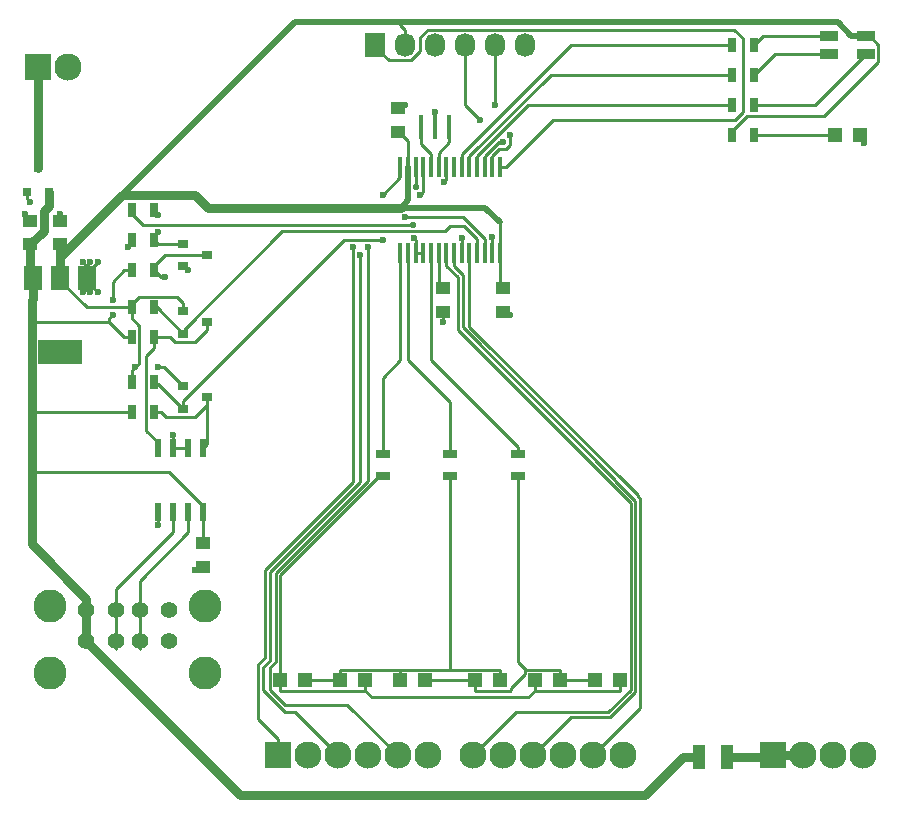
<source format=gtl>
G04 #@! TF.FileFunction,Copper,L1,Top,Signal*
%FSLAX46Y46*%
G04 Gerber Fmt 4.6, Leading zero omitted, Abs format (unit mm)*
G04 Created by KiCad (PCBNEW 4.0.7) date Sun Dec 10 04:28:40 2017*
%MOMM*%
%LPD*%
G01*
G04 APERTURE LIST*
%ADD10C,0.127000*%
%ADD11C,2.300000*%
%ADD12R,2.300000X2.300000*%
%ADD13R,1.250000X1.000000*%
%ADD14R,1.500000X0.900000*%
%ADD15R,1.727200X2.032000*%
%ADD16O,1.727200X2.032000*%
%ADD17R,0.600000X1.550000*%
%ADD18R,0.400000X2.000000*%
%ADD19R,0.800100X0.800100*%
%ADD20R,1.198880X1.198880*%
%ADD21R,0.450000X1.750000*%
%ADD22R,0.900000X0.800000*%
%ADD23R,1.300000X0.700000*%
%ADD24R,0.700000X1.300000*%
%ADD25R,3.800000X2.000000*%
%ADD26R,1.500000X2.000000*%
%ADD27C,1.420000*%
%ADD28C,2.800000*%
%ADD29R,1.140000X2.030000*%
%ADD30C,0.600000*%
%ADD31C,0.550000*%
%ADD32C,0.762000*%
%ADD33C,0.254000*%
%ADD34C,0.508000*%
G04 APERTURE END LIST*
D10*
D11*
X49530000Y7155000D03*
X44450000Y7155000D03*
X41910000Y7155000D03*
X46990000Y7155000D03*
X52070000Y7155000D03*
X54610000Y7155000D03*
X38100000Y7155000D03*
X35560000Y7155000D03*
X33020000Y7155000D03*
X30480000Y7155000D03*
X27940000Y7155000D03*
D12*
X25400000Y7155000D03*
X25400000Y7155000D03*
D11*
X27940000Y7155000D03*
X30480000Y7155000D03*
X33020000Y7155000D03*
X35560000Y7155000D03*
X38100000Y7155000D03*
D13*
X44450000Y46720000D03*
X44450000Y44720000D03*
X35560000Y59960000D03*
X35560000Y61960000D03*
X39370000Y46720000D03*
X39370000Y44720000D03*
X19050000Y25130000D03*
X19050000Y23130000D03*
D14*
X75210000Y66560000D03*
X75210000Y68060000D03*
X72110000Y68060000D03*
X72110000Y66560000D03*
D15*
X33655000Y67310000D03*
D16*
X36195000Y67310000D03*
X38735000Y67310000D03*
X41275000Y67310000D03*
X43815000Y67310000D03*
X46355000Y67310000D03*
D17*
X19050000Y33180000D03*
X17780000Y33180000D03*
X16510000Y33180000D03*
X15240000Y33180000D03*
X15240000Y27780000D03*
X16510000Y27780000D03*
X17780000Y27780000D03*
X19050000Y27780000D03*
D18*
X38735000Y60325000D03*
X39935000Y60325000D03*
X37535000Y60325000D03*
D19*
X4130000Y54879240D03*
X6030000Y54879240D03*
X5080000Y56878220D03*
D20*
X52290980Y13505000D03*
X54389020Y13505000D03*
X47210980Y13505000D03*
X49309020Y13505000D03*
X42130980Y13505000D03*
X44229020Y13505000D03*
X35780980Y13505000D03*
X37879020Y13505000D03*
X30700980Y13505000D03*
X32799020Y13505000D03*
X25620980Y13505000D03*
X27719020Y13505000D03*
X72610980Y59690000D03*
X74709020Y59690000D03*
D13*
X4445000Y50435000D03*
X4445000Y52435000D03*
X6985000Y50435000D03*
X6985000Y52435000D03*
D21*
X44230000Y56940000D03*
X43580000Y56940000D03*
X42930000Y56940000D03*
X42280000Y56940000D03*
X41630000Y56940000D03*
X40980000Y56940000D03*
X40330000Y56940000D03*
X39680000Y56940000D03*
X39030000Y56940000D03*
X38380000Y56940000D03*
X37730000Y56940000D03*
X37080000Y56940000D03*
X36430000Y56940000D03*
X35780000Y56940000D03*
X35780000Y49740000D03*
X36430000Y49740000D03*
X37080000Y49740000D03*
X37730000Y49740000D03*
X38380000Y49740000D03*
X39030000Y49740000D03*
X39680000Y49740000D03*
X40330000Y49740000D03*
X40980000Y49740000D03*
X41630000Y49740000D03*
X42280000Y49740000D03*
X42930000Y49740000D03*
X43580000Y49740000D03*
X44230000Y49740000D03*
D22*
X17415000Y44765000D03*
X17415000Y42865000D03*
X19415000Y43815000D03*
X17415000Y38415000D03*
X17415000Y36515000D03*
X19415000Y37465000D03*
X17415000Y50480000D03*
X17415000Y48580000D03*
X19415000Y49530000D03*
D23*
X34290000Y32700000D03*
X34290000Y30800000D03*
X40005000Y32700000D03*
X40005000Y30800000D03*
X45720000Y32700000D03*
X45720000Y30800000D03*
D24*
X65720000Y67310000D03*
X63820000Y67310000D03*
X65720000Y64770000D03*
X63820000Y64770000D03*
X65720000Y62230000D03*
X63820000Y62230000D03*
X63820000Y59690000D03*
X65720000Y59690000D03*
X14920000Y53340000D03*
X13020000Y53340000D03*
X14920000Y50800000D03*
X13020000Y50800000D03*
X13020000Y48260000D03*
X14920000Y48260000D03*
X13020000Y45085000D03*
X14920000Y45085000D03*
X13020000Y38735000D03*
X14920000Y38735000D03*
X13020000Y42545000D03*
X14920000Y42545000D03*
X13020000Y36195000D03*
X14920000Y36195000D03*
D25*
X6985000Y41300000D03*
D26*
X6985000Y47600000D03*
X4685000Y47600000D03*
X9285000Y47600000D03*
D12*
X5080000Y65405000D03*
D11*
X7620000Y65405000D03*
D12*
X67310000Y7155000D03*
D11*
X69850000Y7155000D03*
X72390000Y7155000D03*
X74930000Y7155000D03*
D27*
X9200000Y19440005D03*
X11700000Y19440005D03*
X13700000Y19440005D03*
X16200000Y19440005D03*
X9200000Y16820005D03*
X11700000Y16820005D03*
X13700000Y16820005D03*
X16200000Y16820005D03*
D28*
X19270000Y14110005D03*
X19270000Y19790005D03*
X6130000Y19790005D03*
X6130000Y14110005D03*
D29*
X61030000Y6985000D03*
X63430000Y6985000D03*
D30*
X11430000Y45720000D03*
X11430000Y44450000D03*
X4000000Y53000000D03*
X7000000Y53000000D03*
X75000000Y59000000D03*
X41000000Y51000000D03*
X43523600Y51067364D03*
X39370000Y43815000D03*
X10160000Y46355000D03*
X9525000Y46355000D03*
X8890000Y46355000D03*
X8890000Y48895000D03*
X9525000Y48895000D03*
X10160000Y48895000D03*
X45085000Y44450000D03*
X36195000Y62230000D03*
X38735000Y61595000D03*
X39493838Y55680782D03*
X17780000Y48260000D03*
X12700000Y50165000D03*
X4445000Y53975000D03*
X18415000Y22860000D03*
X15240000Y26670000D03*
X34290000Y54610000D03*
X31750000Y50165000D03*
D31*
X37136400Y55245000D03*
D30*
X32385000Y49530000D03*
X37482196Y54576768D03*
X33020000Y50165000D03*
X42545000Y60960000D03*
X44450000Y59055000D03*
X43815000Y62230000D03*
X45085000Y59690000D03*
X13335000Y40005000D03*
X15240000Y40005000D03*
D31*
X36830000Y52102457D03*
D30*
X36965891Y50943656D03*
X34290000Y50800000D03*
X36195000Y52705000D03*
X15875000Y47625000D03*
X16510000Y34290000D03*
X15240000Y52949401D03*
X15240000Y51435000D03*
D32*
X9200000Y16820005D02*
X9200000Y19440005D01*
X9200000Y16820005D02*
X22210005Y3810000D01*
X22210005Y3810000D02*
X56523000Y3810000D01*
X56523000Y3810000D02*
X59698000Y6985000D01*
X59698000Y6985000D02*
X61030000Y6985000D01*
D33*
X11430000Y45720000D02*
X11430000Y47274000D01*
X11430000Y47274000D02*
X12416000Y48260000D01*
X12416000Y48260000D02*
X13020000Y48260000D01*
X11146000Y43815000D02*
X11146000Y44166000D01*
X11146000Y44166000D02*
X11430000Y44450000D01*
D32*
X4551599Y45704599D02*
X4551599Y43815000D01*
X4551599Y43815000D02*
X4551599Y36195000D01*
D33*
X13020000Y42545000D02*
X12416000Y42545000D01*
X12416000Y42545000D02*
X11146000Y43815000D01*
X11146000Y43815000D02*
X4551599Y43815000D01*
D32*
X4551599Y36195000D02*
X4551599Y31115000D01*
D33*
X13020000Y36195000D02*
X4551599Y36195000D01*
D32*
X4551599Y31115000D02*
X4551599Y25092497D01*
D33*
X19050000Y27780000D02*
X19050000Y28255000D01*
X19050000Y28255000D02*
X16190000Y31115000D01*
X16190000Y31115000D02*
X4551599Y31115000D01*
D32*
X4551599Y45704599D02*
X4685000Y45838000D01*
X4685000Y45838000D02*
X4685000Y47600000D01*
X4551599Y25092497D02*
X9200000Y20444096D01*
X9200000Y20444096D02*
X9200000Y19440005D01*
X4445000Y50435000D02*
X4445000Y47840000D01*
X4445000Y47840000D02*
X4685000Y47600000D01*
X6030000Y54879240D02*
X6030000Y53717190D01*
X6030000Y53717190D02*
X5603401Y53290591D01*
X5603401Y53290591D02*
X5603401Y51593401D01*
X5603401Y51593401D02*
X4445000Y50435000D01*
D33*
X19050000Y25130000D02*
X19050000Y27780000D01*
X4445000Y52435000D02*
X4445000Y52555000D01*
X4445000Y52555000D02*
X4000000Y53000000D01*
X6985000Y52435000D02*
X6985000Y52985000D01*
X6985000Y52985000D02*
X7000000Y53000000D01*
X74709020Y59690000D02*
X74709020Y59290980D01*
X74709020Y59290980D02*
X75000000Y59000000D01*
X40980000Y49740000D02*
X40980000Y50980000D01*
X40980000Y50980000D02*
X41000000Y51000000D01*
X43580000Y49740000D02*
X43580000Y51010964D01*
X43580000Y51010964D02*
X43523600Y51067364D01*
X39370000Y44720000D02*
X39370000Y43815000D01*
X9285000Y47600000D02*
X9285000Y47230000D01*
X9285000Y47230000D02*
X10160000Y46355000D01*
X9285000Y47600000D02*
X9285000Y46595000D01*
X9285000Y46595000D02*
X9525000Y46355000D01*
X9285000Y47600000D02*
X9285000Y46750000D01*
X9285000Y46750000D02*
X8890000Y46355000D01*
X9285000Y47600000D02*
X9285000Y48500000D01*
X9285000Y48500000D02*
X8890000Y48895000D01*
X9285000Y47600000D02*
X9285000Y48655000D01*
X9285000Y48655000D02*
X9525000Y48895000D01*
X9285000Y47600000D02*
X9285000Y48020000D01*
X9285000Y48020000D02*
X10160000Y48895000D01*
X44450000Y44720000D02*
X44815000Y44720000D01*
X44815000Y44720000D02*
X45085000Y44450000D01*
X39370000Y44720000D02*
X39370000Y44225600D01*
X35560000Y61960000D02*
X35925000Y61960000D01*
X35925000Y61960000D02*
X36195000Y62230000D01*
X38735000Y60325000D02*
X38735000Y61595000D01*
X39680000Y56940000D02*
X39680000Y55866944D01*
X39680000Y55866944D02*
X39493838Y55680782D01*
X17415000Y48580000D02*
X17460000Y48580000D01*
X17460000Y48580000D02*
X17780000Y48260000D01*
X13020000Y50800000D02*
X13020000Y50485000D01*
X13020000Y50485000D02*
X12700000Y50165000D01*
X4130000Y54880000D02*
X4130000Y54290000D01*
X4130000Y54290000D02*
X4445000Y53975000D01*
X19050000Y23130000D02*
X18685000Y23130000D01*
X18685000Y23130000D02*
X18415000Y22860000D01*
X15240000Y27780000D02*
X15240000Y26670000D01*
X39030000Y49740000D02*
X39030000Y47060000D01*
X39030000Y47060000D02*
X39370000Y46720000D01*
X35806381Y14383841D02*
X40005000Y14383841D01*
X40005000Y14383841D02*
X44203619Y14383841D01*
X40005000Y30800000D02*
X40005000Y14383841D01*
X35780980Y13505000D02*
X35780980Y14358440D01*
X35780980Y14358440D02*
X35806381Y14383841D01*
X44203619Y14383841D02*
X44229020Y14358440D01*
X44229020Y14358440D02*
X44229020Y13505000D01*
X30700980Y13505000D02*
X30700980Y14358440D01*
X35755579Y14383841D02*
X35780980Y14358440D01*
X30700980Y14358440D02*
X30726381Y14383841D01*
X30726381Y14383841D02*
X35755579Y14383841D01*
X27719020Y13505000D02*
X30700980Y13505000D01*
X30800000Y13604020D02*
X30700980Y13505000D01*
X27719020Y13505000D02*
X27719020Y13919020D01*
X45107861Y12849861D02*
X46332139Y14074139D01*
X46332139Y14074139D02*
X46332139Y14327961D01*
X46332139Y14327961D02*
X46388019Y14383841D01*
X45051981Y12626159D02*
X45107861Y12682039D01*
X45107861Y12682039D02*
X45107861Y12849861D01*
X45720000Y30800000D02*
X45720000Y15051860D01*
X45720000Y15051860D02*
X46388019Y14383841D01*
X42130980Y13505000D02*
X42130980Y12651560D01*
X46388019Y14383841D02*
X49283619Y14383841D01*
X42130980Y12651560D02*
X42156381Y12626159D01*
X49283619Y14383841D02*
X49309020Y14358440D01*
X42156381Y12626159D02*
X45051981Y12626159D01*
X49309020Y14358440D02*
X49309020Y13505000D01*
X37879020Y13505000D02*
X42130980Y13505000D01*
X49309020Y13505000D02*
X50162460Y13505000D01*
X50162460Y13505000D02*
X52290980Y13505000D01*
X52390000Y13604020D02*
X52290980Y13505000D01*
X49309020Y13505000D02*
X49309020Y13919020D01*
X70880000Y62230000D02*
X75210000Y66560000D01*
X65720000Y62230000D02*
X70880000Y62230000D01*
X65720000Y67310000D02*
X66470000Y68060000D01*
X66470000Y68060000D02*
X72110000Y68060000D01*
X65720000Y64770000D02*
X67510000Y66560000D01*
X67510000Y66560000D02*
X72110000Y66560000D01*
X44230000Y56940000D02*
X44709000Y56940000D01*
X44709000Y56940000D02*
X48729000Y60960000D01*
X64027512Y68605410D02*
X38125410Y68605410D01*
X37465000Y66811140D02*
X36668450Y66014590D01*
X48729000Y60960000D02*
X64135000Y60960000D01*
X64135000Y60960000D02*
X64770000Y61595000D01*
X64770000Y61595000D02*
X64770000Y67862922D01*
X64770000Y67862922D02*
X64027512Y68605410D01*
X38125410Y68605410D02*
X37465000Y67945000D01*
X37465000Y67945000D02*
X37465000Y66811140D01*
X36668450Y66014590D02*
X34798010Y66014590D01*
X34798010Y66014590D02*
X33655000Y67157600D01*
X33655000Y67157600D02*
X33655000Y67310000D01*
X34290000Y32700000D02*
X34290000Y39150000D01*
X34290000Y39150000D02*
X35780000Y40640000D01*
X35780000Y40640000D02*
X35780000Y49740000D01*
X39030000Y56940000D02*
X39030000Y58166000D01*
X39030000Y58166000D02*
X39935000Y59071000D01*
X39935000Y59071000D02*
X39935000Y60325000D01*
X39935000Y59525000D02*
X39935000Y60325000D01*
X38380000Y56940000D02*
X38380000Y58069000D01*
X38380000Y58069000D02*
X37535000Y58914000D01*
X37535000Y58914000D02*
X37535000Y59071000D01*
X37535000Y59071000D02*
X37535000Y60325000D01*
X36430000Y49740000D02*
X36430000Y40640000D01*
X40005000Y32700000D02*
X40005000Y37065000D01*
X40005000Y37065000D02*
X36430000Y40640000D01*
X38380000Y49740000D02*
X38380000Y41275000D01*
X38380000Y40644000D02*
X38380000Y41275000D01*
X45720000Y32700000D02*
X45720000Y33304000D01*
X45720000Y33304000D02*
X38380000Y40644000D01*
X14920000Y42545000D02*
X16290638Y42545000D01*
X19415000Y43161000D02*
X19415000Y43815000D01*
X16290638Y42545000D02*
X16700839Y42134799D01*
X16700839Y42134799D02*
X18388799Y42134799D01*
X18388799Y42134799D02*
X19415000Y43161000D01*
X15240000Y33180000D02*
X15240000Y33655000D01*
X15240000Y33655000D02*
X14239799Y34655201D01*
X14239799Y40960799D02*
X14920000Y41641000D01*
X14239799Y34655201D02*
X14239799Y40960799D01*
X14920000Y41641000D02*
X14920000Y42545000D01*
X14920000Y36195000D02*
X15524000Y36195000D01*
X15524000Y36195000D02*
X15934201Y35784799D01*
X15934201Y35784799D02*
X18388799Y35784799D01*
X18388799Y35784799D02*
X19415000Y36811000D01*
X19415000Y36811000D02*
X19415000Y37465000D01*
X19415000Y37465000D02*
X19415000Y33545000D01*
X19415000Y33545000D02*
X19050000Y33180000D01*
X34290000Y54610000D02*
X35780000Y56100000D01*
X35780000Y56100000D02*
X35780000Y56940000D01*
X25180375Y23714625D02*
X31750000Y30284250D01*
X31750000Y30284250D02*
X31750000Y50165000D01*
X24401753Y22936003D02*
X25180375Y23714625D01*
X24358590Y18246660D02*
X24358591Y22892841D01*
X24358591Y22892841D02*
X24401753Y22936003D01*
X24358590Y15468590D02*
X24358590Y18246660D01*
X25400000Y7155000D02*
X25400000Y8559000D01*
X25400000Y8559000D02*
X23723591Y10235409D01*
X23723591Y10235409D02*
X23723591Y14833591D01*
X23723591Y14833591D02*
X24358590Y15468590D01*
X37136400Y55245000D02*
X37136400Y56883600D01*
X37136400Y56883600D02*
X37080000Y56940000D01*
X31500250Y29459750D02*
X32385000Y30344500D01*
X32385000Y30344500D02*
X32385000Y49530000D01*
X24808162Y22767662D02*
X31500250Y29459750D01*
X24765000Y18415000D02*
X24765000Y22724500D01*
X24765000Y22724500D02*
X24808162Y22767662D01*
X24765000Y15202611D02*
X24765000Y18415000D01*
X24130000Y12719428D02*
X24130000Y14567611D01*
X24130000Y14567611D02*
X24765000Y15202611D01*
X26840000Y10795000D02*
X26054428Y10795000D01*
X26054428Y10795000D02*
X24130000Y12719428D01*
X30480000Y7155000D02*
X26840000Y10795000D01*
X37482196Y54576768D02*
X37730000Y54824572D01*
X37730000Y54824572D02*
X37730000Y56940000D01*
X33020000Y50165000D02*
X33020000Y30404750D01*
X33020000Y30404750D02*
X25214571Y22599321D01*
X25994178Y11430000D02*
X31285000Y11430000D01*
X25214571Y22599321D02*
X25214570Y15077431D01*
X25214570Y15077431D02*
X24742139Y14605000D01*
X24742139Y14605000D02*
X24742139Y12682039D01*
X24742139Y12682039D02*
X25994178Y11430000D01*
X31285000Y11430000D02*
X35560000Y7155000D01*
X53340000Y10795000D02*
X45550000Y10795000D01*
X45550000Y10795000D02*
X41910000Y7155000D01*
X55267861Y12722861D02*
X53340000Y10795000D01*
X40640000Y43180000D02*
X55267861Y28552139D01*
X55267861Y28552139D02*
X55267861Y12722861D01*
X40640000Y47651000D02*
X40640000Y43180000D01*
X39680000Y49740000D02*
X39680000Y48611000D01*
X39680000Y48611000D02*
X40640000Y47651000D01*
X46990000Y7155000D02*
X50223590Y10388590D01*
X50223590Y10388590D02*
X53508341Y10388591D01*
X41046410Y47853590D02*
X40330000Y48570000D01*
X53508341Y10388591D02*
X55674271Y12554521D01*
X55674271Y12554521D02*
X55674270Y28720480D01*
X55674270Y28720480D02*
X53975000Y30419750D01*
X53975000Y30419750D02*
X53975000Y30480000D01*
X53975000Y30480000D02*
X41046410Y43408590D01*
X40330000Y48570000D02*
X40330000Y49740000D01*
X41046410Y43408590D02*
X41046410Y47853590D01*
X42545000Y60960000D02*
X41275000Y62230000D01*
X41275000Y62230000D02*
X41275000Y67310000D01*
X42930000Y56940000D02*
X42930000Y57892922D01*
X42930000Y57892922D02*
X44092078Y59055000D01*
X44092078Y59055000D02*
X44450000Y59055000D01*
X43815000Y62230000D02*
X43815000Y67310000D01*
X43580000Y56940000D02*
X43580000Y57883712D01*
X43580000Y57883712D02*
X44171887Y58475599D01*
X44171887Y58475599D02*
X44728113Y58475599D01*
X44728113Y58475599D02*
X45085000Y58832486D01*
X45085000Y58832486D02*
X45085000Y59690000D01*
X34290000Y30800000D02*
X33990000Y30800000D01*
X33990000Y30800000D02*
X25620980Y22430980D01*
X25620980Y22430980D02*
X25620980Y14358440D01*
X25620980Y14358440D02*
X25620980Y13505000D01*
X46355000Y12065000D02*
X46624420Y12065000D01*
X47210980Y12651560D02*
X47210980Y13505000D01*
X46624420Y12065000D02*
X47210980Y12651560D01*
X33385580Y12065000D02*
X46355000Y12065000D01*
X32799020Y12651560D02*
X33385580Y12065000D01*
X32799020Y13505000D02*
X32799020Y12920980D01*
X47210980Y12651560D02*
X47236381Y12626159D01*
X47236381Y12626159D02*
X54363619Y12626159D01*
X54363619Y12626159D02*
X54389020Y12651560D01*
X54389020Y12651560D02*
X54389020Y13505000D01*
X25620980Y13505000D02*
X25620980Y12651560D01*
X25620980Y12651560D02*
X25646381Y12626159D01*
X25646381Y12626159D02*
X32773619Y12626159D01*
X32773619Y12626159D02*
X32799020Y12651560D01*
X32799020Y12651560D02*
X32799020Y13505000D01*
X25720000Y13604020D02*
X25620980Y13505000D01*
X32799020Y13505000D02*
X32799020Y13919020D01*
D32*
X5080000Y65405000D02*
X5080000Y56878220D01*
D34*
X35794967Y53538401D02*
X42981599Y53538401D01*
X42981599Y53538401D02*
X44230000Y52290000D01*
D33*
X44230000Y52290000D02*
X44230000Y51230000D01*
X44230000Y51230000D02*
X44230000Y49740000D01*
D34*
X26838000Y69215000D02*
X35560000Y69215000D01*
X35560000Y69215000D02*
X72797000Y69215000D01*
D33*
X35858599Y68916401D02*
X35560000Y69215000D01*
D34*
X12233000Y54610000D02*
X26838000Y69215000D01*
X72797000Y69215000D02*
X73952000Y68060000D01*
X73952000Y68060000D02*
X75210000Y68060000D01*
D33*
X13335000Y40005000D02*
X13649401Y40319401D01*
X13649401Y43551599D02*
X13020000Y44181000D01*
X13649401Y40319401D02*
X13649401Y43551599D01*
X13020000Y44181000D02*
X13020000Y45085000D01*
X13335000Y40005000D02*
X13020000Y39690000D01*
X13020000Y39690000D02*
X13020000Y39639000D01*
X17415000Y38415000D02*
X17365000Y38415000D01*
X17365000Y38415000D02*
X15775000Y40005000D01*
X15775000Y40005000D02*
X15240000Y40005000D01*
X13020000Y39639000D02*
X13020000Y38735000D01*
X6985000Y47600000D02*
X6985000Y47350000D01*
X9250000Y45085000D02*
X12416000Y45085000D01*
X6985000Y47350000D02*
X9250000Y45085000D01*
X12416000Y45085000D02*
X13020000Y45085000D01*
X13020000Y45085000D02*
X13020000Y45385000D01*
X13020000Y45385000D02*
X13649401Y46014401D01*
X13649401Y46014401D02*
X16850599Y46014401D01*
X16850599Y46014401D02*
X17415000Y45450000D01*
X17415000Y45450000D02*
X17415000Y44765000D01*
X36195000Y67310000D02*
X36195000Y68580000D01*
X36195000Y68580000D02*
X35858599Y68916401D01*
X63820000Y59690000D02*
X63820000Y59990000D01*
X63820000Y59990000D02*
X65130599Y61300599D01*
X65130599Y61300599D02*
X71653521Y61300599D01*
X71653521Y61300599D02*
X76239401Y65886479D01*
X76239401Y65886479D02*
X76239401Y67330599D01*
X76239401Y67330599D02*
X75510000Y68060000D01*
X75510000Y68060000D02*
X75210000Y68060000D01*
X36195000Y67157600D02*
X36195000Y67310000D01*
D34*
X36430000Y56940000D02*
X36430000Y54173434D01*
X36430000Y54173434D02*
X35794967Y53538401D01*
D32*
X18415000Y54610000D02*
X19486599Y53538401D01*
X19486599Y53538401D02*
X35794967Y53538401D01*
X12233000Y54610000D02*
X18415000Y54610000D01*
X6985000Y47600000D02*
X6985000Y49362000D01*
X6985000Y49362000D02*
X12233000Y54610000D01*
X6985000Y47600000D02*
X6985000Y50435000D01*
D33*
X36430000Y56940000D02*
X36430000Y59090000D01*
X36439000Y59099000D02*
X36439000Y59206000D01*
X36430000Y59090000D02*
X36439000Y59099000D01*
X35685000Y59960000D02*
X35560000Y59960000D01*
X36439000Y59206000D02*
X35685000Y59960000D01*
X44230000Y49740000D02*
X44230000Y46940000D01*
X44230000Y46940000D02*
X44450000Y46720000D01*
X75210000Y68060000D02*
X75325000Y67945000D01*
X40980000Y56940000D02*
X40980000Y58069000D01*
X40980000Y58069000D02*
X50221000Y67310000D01*
X50221000Y67310000D02*
X63216000Y67310000D01*
X63216000Y67310000D02*
X63820000Y67310000D01*
X41630000Y56940000D02*
X41630000Y57892922D01*
X41630000Y57892922D02*
X48507078Y64770000D01*
X48507078Y64770000D02*
X63216000Y64770000D01*
X63216000Y64770000D02*
X63820000Y64770000D01*
X42280000Y56940000D02*
X42280000Y57892922D01*
X42280000Y57892922D02*
X46617078Y62230000D01*
X46617078Y62230000D02*
X63216000Y62230000D01*
X63216000Y62230000D02*
X63820000Y62230000D01*
X36830000Y52102457D02*
X13957543Y52102457D01*
X13957543Y52102457D02*
X13020000Y53040000D01*
X13020000Y53040000D02*
X13020000Y53340000D01*
X37080000Y49740000D02*
X37080000Y50829547D01*
X37080000Y50829547D02*
X36965891Y50943656D01*
X37730000Y49740000D02*
X37080000Y49740000D01*
X37080000Y49740000D02*
X37080000Y50692922D01*
X42280000Y49740000D02*
X42280000Y50869000D01*
X42280000Y50869000D02*
X41149000Y52000000D01*
X41149000Y52000000D02*
X40000000Y52000000D01*
X40000000Y52000000D02*
X39523057Y51523057D01*
X17465000Y42865000D02*
X17415000Y42865000D01*
X39523057Y51523057D02*
X25770135Y51523057D01*
X25770135Y51523057D02*
X17465000Y43217922D01*
X17465000Y43217922D02*
X17465000Y42865000D01*
X17415000Y42865000D02*
X17365000Y42865000D01*
X17365000Y42865000D02*
X15145000Y45085000D01*
X15145000Y45085000D02*
X14920000Y45085000D01*
X34290000Y50800000D02*
X31115000Y50800000D01*
X41094000Y52705000D02*
X36195000Y52705000D01*
X17415000Y36515000D02*
X17415000Y37169000D01*
X17415000Y37169000D02*
X31046000Y50800000D01*
X41729000Y52070000D02*
X41094000Y52705000D01*
X17415000Y36515000D02*
X17465000Y36515000D01*
X41729000Y52070000D02*
X42930000Y50869000D01*
X42930000Y50869000D02*
X42930000Y49740000D01*
X17415000Y36515000D02*
X17365000Y36515000D01*
X17365000Y36515000D02*
X15272000Y38608000D01*
X15272000Y38608000D02*
X14920000Y38608000D01*
X11700000Y18805005D02*
X11700000Y21225000D01*
X16510000Y26035000D02*
X16510000Y27780000D01*
X11700000Y21225000D02*
X16510000Y26035000D01*
X11700000Y16185005D02*
X11700000Y18805005D01*
X13700000Y18805005D02*
X13700000Y21955000D01*
X17780000Y26035000D02*
X17780000Y27780000D01*
X13700000Y21955000D02*
X17780000Y26035000D01*
X13700000Y18805005D02*
X13700000Y16185005D01*
X15875000Y47625000D02*
X15555000Y47625000D01*
X15555000Y47625000D02*
X14920000Y48260000D01*
X16510000Y33180000D02*
X16510000Y34290000D01*
X17780000Y33180000D02*
X16510000Y33180000D01*
X14920000Y48260000D02*
X14920000Y48560000D01*
X14920000Y48560000D02*
X15890000Y49530000D01*
X15890000Y49530000D02*
X18711000Y49530000D01*
X18711000Y49530000D02*
X19415000Y49530000D01*
X65720000Y59690000D02*
X72610980Y59690000D01*
X41630000Y49740000D02*
X41630000Y43460000D01*
X41630000Y43460000D02*
X55880000Y29210000D01*
X55880000Y29210000D02*
X55880000Y29089500D01*
X55880000Y29089500D02*
X56080679Y28888819D01*
X56080679Y28888819D02*
X56080679Y11165679D01*
X56080679Y11165679D02*
X52070000Y7155000D01*
X15240000Y52949401D02*
X15240000Y53020000D01*
X15240000Y53020000D02*
X14920000Y53340000D01*
X17415000Y50480000D02*
X15240000Y50480000D01*
X15240000Y50480000D02*
X14920000Y50800000D01*
X14920000Y50800000D02*
X14920000Y51115000D01*
X14920000Y51115000D02*
X15240000Y51435000D01*
D32*
X63430000Y6985000D02*
X67140000Y6985000D01*
X67140000Y6985000D02*
X67310000Y7155000D01*
X67310000Y7155000D02*
X69850000Y7155000D01*
M02*

</source>
